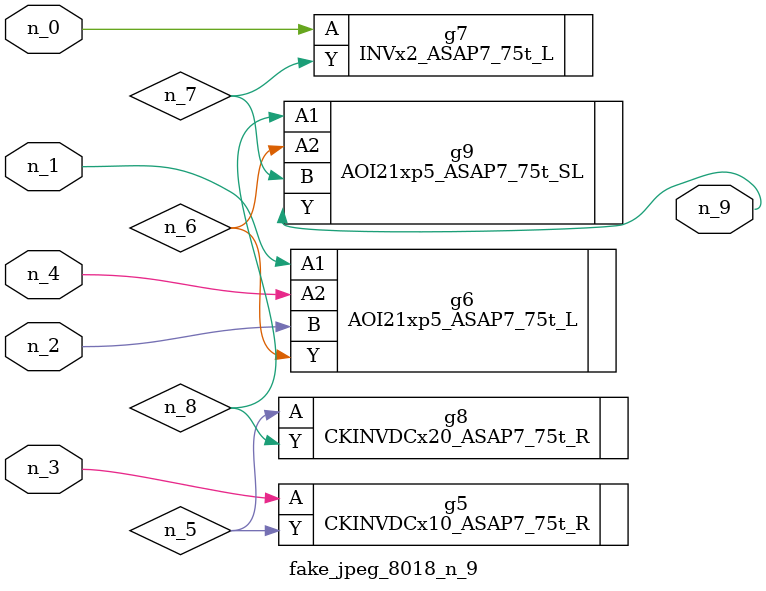
<source format=v>
module fake_jpeg_8018_n_9 (n_3, n_2, n_1, n_0, n_4, n_9);

input n_3;
input n_2;
input n_1;
input n_0;
input n_4;

output n_9;

wire n_8;
wire n_6;
wire n_5;
wire n_7;

CKINVDCx10_ASAP7_75t_R g5 ( 
.A(n_3),
.Y(n_5)
);

AOI21xp5_ASAP7_75t_L g6 ( 
.A1(n_1),
.A2(n_4),
.B(n_2),
.Y(n_6)
);

INVx2_ASAP7_75t_L g7 ( 
.A(n_0),
.Y(n_7)
);

CKINVDCx20_ASAP7_75t_R g8 ( 
.A(n_5),
.Y(n_8)
);

AOI21xp5_ASAP7_75t_SL g9 ( 
.A1(n_8),
.A2(n_6),
.B(n_7),
.Y(n_9)
);


endmodule
</source>
